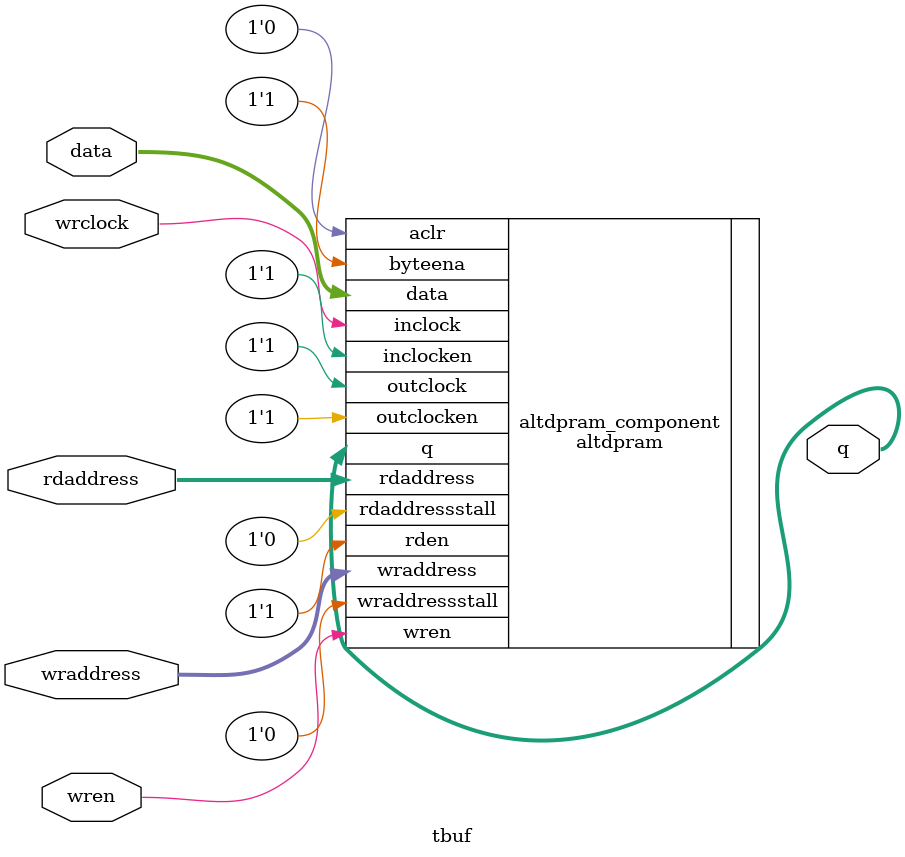
<source format=v>
module ystp (
	input	[7:0]  data,
	input	[8:0]  rdaddress,
	input	[8:0]  wraddress,
	input	  wrclock,
	input	  wren,
	output	[7:0]  q
);

	altdpram	altdpram_component (
				.wren (wren),
				.inclock (wrclock),
				.data (data),
				.rdaddress (rdaddress),
				.wraddress (wraddress),
				.q (q),
				.aclr (1'b0),
				.byteena (1'b1),
				.inclocken (1'b1),
				.outclock (1'b1),
				.outclocken (1'b1),
				.rdaddressstall (1'b0),
				.rden (1'b1),
				.wraddressstall (1'b0));
	defparam
		altdpram_component.indata_aclr = "OFF",
		altdpram_component.indata_reg = "INCLOCK",
		altdpram_component.intended_device_family = "ACEX1K",
		altdpram_component.lpm_type = "altdpram",
		altdpram_component.outdata_aclr = "OFF",
		altdpram_component.outdata_reg = "UNREGISTERED",
		altdpram_component.rdaddress_aclr = "OFF",
		altdpram_component.rdaddress_reg = "UNREGISTERED",
		altdpram_component.rdcontrol_aclr = "OFF",
		altdpram_component.rdcontrol_reg = "UNREGISTERED",
		altdpram_component.width = 8,
		altdpram_component.widthad = 9,
		altdpram_component.wraddress_aclr = "OFF",
		altdpram_component.wraddress_reg = "INCLOCK",
		altdpram_component.wrcontrol_aclr = "OFF",
		altdpram_component.wrcontrol_reg = "INCLOCK";
endmodule


//TBUF
//tiles array buffer 384x16 (3 buffers x 2 tile planes x 64 tiles)
module tbuf (
	input	[15:0]  data,
	input	[8:0]  rdaddress,
	input	[8:0]  wraddress,
	input	  wrclock,
	input	  wren,
	output	[15:0]  q
);

	altdpram	altdpram_component (
				.wren (wren),
				.inclock (wrclock),
				.data (data),
				.rdaddress (rdaddress),
				.wraddress (wraddress),
				.q (q),
				.aclr (1'b0),
				.byteena (1'b1),
				.inclocken (1'b1),
				.outclock (1'b1),
				.outclocken (1'b1),
				.rdaddressstall (1'b0),
				.rden (1'b1),
				.wraddressstall (1'b0));
	defparam
		altdpram_component.indata_aclr = "OFF",
		altdpram_component.indata_reg = "INCLOCK",
		altdpram_component.intended_device_family = "ACEX1K",
		altdpram_component.lpm_type = "altdpram",
		altdpram_component.outdata_aclr = "OFF",
		altdpram_component.outdata_reg = "UNREGISTERED",
		altdpram_component.rdaddress_aclr = "OFF",
		altdpram_component.rdaddress_reg = "UNREGISTERED",
		altdpram_component.rdcontrol_aclr = "OFF",
		altdpram_component.rdcontrol_reg = "UNREGISTERED",
		altdpram_component.width = 16,
		altdpram_component.widthad = 9,
		altdpram_component.wraddress_aclr = "OFF",
		altdpram_component.wraddress_reg = "INCLOCK",
		altdpram_component.wrcontrol_aclr = "OFF",
		altdpram_component.wrcontrol_reg = "INCLOCK";
 endmodule

</source>
